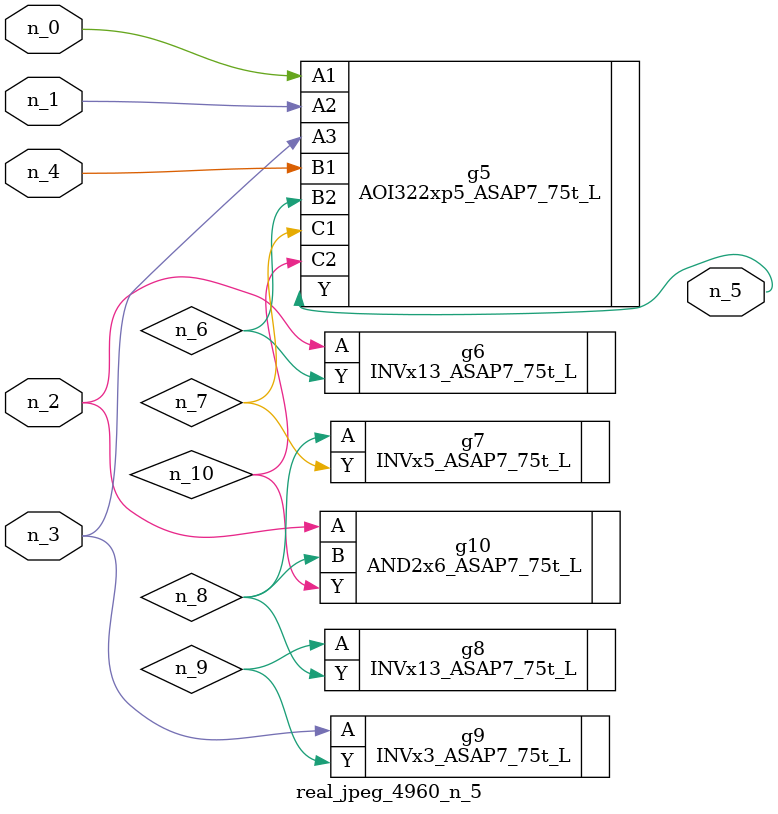
<source format=v>
module real_jpeg_4960_n_5 (n_4, n_0, n_1, n_2, n_3, n_5);

input n_4;
input n_0;
input n_1;
input n_2;
input n_3;

output n_5;

wire n_8;
wire n_6;
wire n_7;
wire n_10;
wire n_9;

AOI322xp5_ASAP7_75t_L g5 ( 
.A1(n_0),
.A2(n_1),
.A3(n_3),
.B1(n_4),
.B2(n_6),
.C1(n_7),
.C2(n_10),
.Y(n_5)
);

INVx13_ASAP7_75t_L g6 ( 
.A(n_2),
.Y(n_6)
);

AND2x6_ASAP7_75t_L g10 ( 
.A(n_2),
.B(n_8),
.Y(n_10)
);

INVx3_ASAP7_75t_L g9 ( 
.A(n_3),
.Y(n_9)
);

INVx5_ASAP7_75t_L g7 ( 
.A(n_8),
.Y(n_7)
);

INVx13_ASAP7_75t_L g8 ( 
.A(n_9),
.Y(n_8)
);


endmodule
</source>
